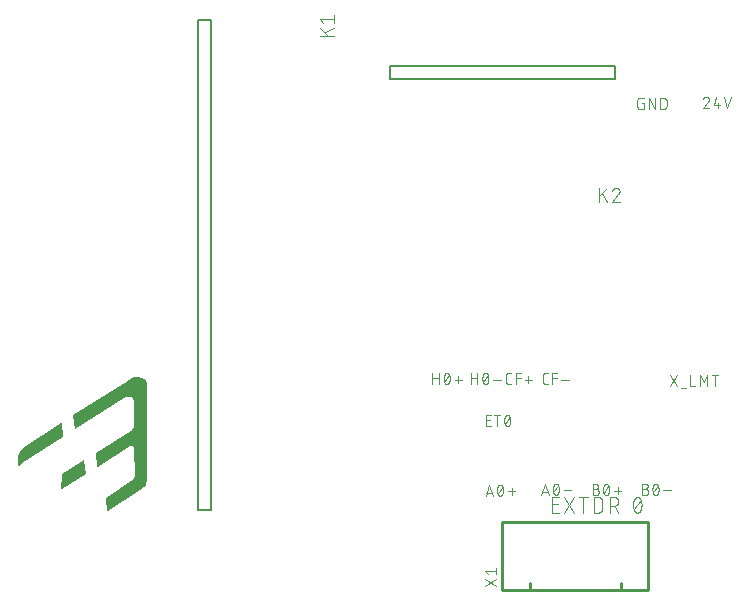
<source format=gto>
G04 EAGLE Gerber RS-274X export*
G75*
%MOMM*%
%FSLAX34Y34*%
%LPD*%
%INSilkscreen Top*%
%IPPOS*%
%AMOC8*
5,1,8,0,0,1.08239X$1,22.5*%
G01*
%ADD10C,0.101600*%
%ADD11C,0.076200*%
%ADD12C,0.127000*%
%ADD13C,0.254000*%

G36*
X215156Y187335D02*
X215156Y187335D01*
X215213Y187333D01*
X215246Y187347D01*
X215272Y187350D01*
X215301Y187369D01*
X215347Y187388D01*
X242779Y205422D01*
X242783Y205427D01*
X242790Y205430D01*
X244466Y206619D01*
X244484Y206639D01*
X244515Y206660D01*
X245968Y208113D01*
X245983Y208136D01*
X246009Y208162D01*
X247198Y209838D01*
X247209Y209865D01*
X247233Y209897D01*
X247873Y211271D01*
X247878Y211295D01*
X247893Y211323D01*
X248324Y212776D01*
X248325Y212801D01*
X248336Y212831D01*
X248547Y214332D01*
X248545Y214356D01*
X248551Y214388D01*
X248538Y215902D01*
X248792Y295147D01*
X248779Y295203D01*
X248775Y295261D01*
X248766Y295276D01*
X248791Y295629D01*
X248787Y295658D01*
X248777Y295762D01*
X248482Y296777D01*
X248466Y296806D01*
X248451Y296853D01*
X247946Y297781D01*
X247924Y297806D01*
X247899Y297848D01*
X247207Y298647D01*
X247180Y298667D01*
X247147Y298703D01*
X246300Y299335D01*
X246269Y299348D01*
X246230Y299376D01*
X245267Y299812D01*
X245263Y299813D01*
X245260Y299815D01*
X243543Y300552D01*
X243514Y300557D01*
X243478Y300573D01*
X241656Y300989D01*
X241627Y300989D01*
X241588Y300998D01*
X239722Y301078D01*
X239693Y301073D01*
X239653Y301075D01*
X237802Y300818D01*
X237775Y300807D01*
X237735Y300802D01*
X235962Y300216D01*
X235937Y300200D01*
X235899Y300188D01*
X234260Y299292D01*
X234245Y299278D01*
X234221Y299267D01*
X232894Y298319D01*
X232883Y298321D01*
X232827Y298302D01*
X232769Y298292D01*
X232742Y298274D01*
X232719Y298266D01*
X232686Y298236D01*
X232649Y298211D01*
X232425Y297987D01*
X185978Y268545D01*
X185941Y268507D01*
X185898Y268477D01*
X185881Y268446D01*
X185857Y268422D01*
X185841Y268371D01*
X185815Y268325D01*
X185812Y268285D01*
X185803Y268257D01*
X185808Y268225D01*
X185804Y268180D01*
X187074Y257258D01*
X187091Y257212D01*
X187098Y257163D01*
X187120Y257131D01*
X187133Y257095D01*
X187168Y257061D01*
X187196Y257021D01*
X187230Y257002D01*
X187258Y256975D01*
X187305Y256960D01*
X187348Y256936D01*
X187386Y256934D01*
X187423Y256923D01*
X187472Y256930D01*
X187521Y256928D01*
X187563Y256945D01*
X187594Y256949D01*
X187618Y256966D01*
X187656Y256981D01*
X229296Y283387D01*
X230288Y283891D01*
X231337Y284214D01*
X232406Y284350D01*
X233740Y284152D01*
X235049Y283743D01*
X236255Y283148D01*
X236655Y282774D01*
X236944Y282304D01*
X237099Y281774D01*
X237110Y281171D01*
X237110Y281170D01*
X237110Y281169D01*
X237618Y260087D01*
X237619Y260084D01*
X237618Y260081D01*
X237645Y259378D01*
X237536Y258721D01*
X237297Y258100D01*
X236935Y257537D01*
X235805Y256338D01*
X234478Y255328D01*
X205028Y236541D01*
X204991Y236503D01*
X204948Y236473D01*
X204931Y236442D01*
X204907Y236417D01*
X204890Y236367D01*
X204865Y236321D01*
X204862Y236280D01*
X204853Y236252D01*
X204858Y236221D01*
X204854Y236176D01*
X206124Y225254D01*
X206141Y225208D01*
X206148Y225159D01*
X206170Y225127D01*
X206183Y225091D01*
X206219Y225057D01*
X206247Y225016D01*
X206280Y224998D01*
X206308Y224971D01*
X206355Y224956D01*
X206398Y224932D01*
X206436Y224930D01*
X206473Y224919D01*
X206522Y224926D01*
X206571Y224924D01*
X206613Y224941D01*
X206644Y224945D01*
X206668Y224962D01*
X206706Y224977D01*
X233862Y242235D01*
X234448Y242505D01*
X235065Y242659D01*
X235693Y242696D01*
X236124Y242627D01*
X236518Y242456D01*
X236858Y242192D01*
X237122Y241852D01*
X237293Y241458D01*
X237365Y241009D01*
X238125Y218460D01*
X237944Y217150D01*
X237521Y215900D01*
X236872Y214752D01*
X236019Y213745D01*
X234979Y212905D01*
X213912Y198945D01*
X213881Y198912D01*
X213844Y198887D01*
X213823Y198850D01*
X213793Y198819D01*
X213780Y198776D01*
X213758Y198737D01*
X213753Y198686D01*
X213743Y198653D01*
X213747Y198628D01*
X213743Y198593D01*
X214759Y187671D01*
X214777Y187617D01*
X214786Y187562D01*
X214804Y187536D01*
X214814Y187506D01*
X214854Y187466D01*
X214887Y187420D01*
X214914Y187406D01*
X214936Y187384D01*
X214990Y187365D01*
X215040Y187339D01*
X215071Y187338D01*
X215100Y187328D01*
X215156Y187335D01*
G37*
G36*
X139459Y225436D02*
X139459Y225436D01*
X139544Y225439D01*
X139545Y225439D01*
X139547Y225439D01*
X139558Y225445D01*
X139674Y225502D01*
X142713Y227781D01*
X176993Y250381D01*
X177021Y250410D01*
X177056Y250432D01*
X177080Y250472D01*
X177112Y250506D01*
X177124Y250545D01*
X177146Y250581D01*
X177153Y250637D01*
X177163Y250672D01*
X177160Y250695D01*
X177163Y250724D01*
X176401Y261646D01*
X176384Y261703D01*
X176375Y261762D01*
X176359Y261785D01*
X176350Y261812D01*
X176309Y261855D01*
X176275Y261903D01*
X176250Y261917D01*
X176231Y261938D01*
X176175Y261958D01*
X176123Y261987D01*
X176095Y261988D01*
X176068Y261997D01*
X176009Y261991D01*
X175950Y261993D01*
X175920Y261981D01*
X175896Y261979D01*
X175866Y261960D01*
X175816Y261939D01*
X143558Y241111D01*
X143536Y241088D01*
X143497Y241063D01*
X142009Y239601D01*
X141994Y239576D01*
X141966Y239550D01*
X140757Y237848D01*
X140746Y237822D01*
X140723Y237790D01*
X139832Y235903D01*
X139826Y235875D01*
X139809Y235840D01*
X139263Y233826D01*
X139262Y233798D01*
X139251Y233760D01*
X139067Y231682D01*
X139069Y231667D01*
X139066Y231648D01*
X139066Y225806D01*
X139085Y225723D01*
X139104Y225640D01*
X139105Y225639D01*
X139105Y225637D01*
X139160Y225571D01*
X139213Y225505D01*
X139214Y225505D01*
X139215Y225504D01*
X139293Y225469D01*
X139371Y225433D01*
X139372Y225433D01*
X139374Y225433D01*
X139459Y225436D01*
G37*
G36*
X176359Y205879D02*
X176359Y205879D01*
X176369Y205879D01*
X176402Y205896D01*
X176482Y205929D01*
X196548Y218883D01*
X196583Y218919D01*
X196625Y218948D01*
X196643Y218980D01*
X196669Y219007D01*
X196684Y219055D01*
X196708Y219100D01*
X196712Y219143D01*
X196721Y219172D01*
X196717Y219202D01*
X196720Y219244D01*
X195450Y230674D01*
X195432Y230724D01*
X195424Y230777D01*
X195404Y230805D01*
X195392Y230837D01*
X195354Y230874D01*
X195323Y230918D01*
X195293Y230934D01*
X195268Y230958D01*
X195217Y230974D01*
X195170Y230999D01*
X195136Y231000D01*
X195103Y231011D01*
X195050Y231003D01*
X194997Y231005D01*
X194960Y230990D01*
X194931Y230985D01*
X194905Y230967D01*
X194863Y230950D01*
X176321Y218758D01*
X176305Y218740D01*
X176283Y218729D01*
X176246Y218678D01*
X176202Y218632D01*
X176195Y218609D01*
X176180Y218590D01*
X176161Y218501D01*
X176160Y218498D01*
X176156Y218488D01*
X176156Y218485D01*
X176151Y218467D01*
X176152Y218458D01*
X176150Y218448D01*
X175896Y206256D01*
X175912Y206182D01*
X175923Y206106D01*
X175929Y206097D01*
X175932Y206086D01*
X175979Y206027D01*
X176023Y205965D01*
X176032Y205959D01*
X176039Y205950D01*
X176108Y205918D01*
X176175Y205882D01*
X176186Y205881D01*
X176196Y205876D01*
X176272Y205878D01*
X176348Y205875D01*
X176359Y205879D01*
G37*
D10*
X597436Y186182D02*
X591566Y186182D01*
X591566Y199390D01*
X597436Y199390D01*
X595969Y193520D02*
X591566Y193520D01*
X601476Y186182D02*
X610282Y199390D01*
X601476Y199390D02*
X610282Y186182D01*
X617827Y186182D02*
X617827Y199390D01*
X614158Y199390D02*
X621496Y199390D01*
X626533Y199390D02*
X626533Y186182D01*
X626533Y199390D02*
X630202Y199390D01*
X630322Y199388D01*
X630442Y199382D01*
X630562Y199372D01*
X630681Y199359D01*
X630800Y199341D01*
X630918Y199320D01*
X631035Y199294D01*
X631152Y199265D01*
X631267Y199232D01*
X631381Y199195D01*
X631494Y199155D01*
X631606Y199111D01*
X631716Y199063D01*
X631825Y199012D01*
X631932Y198957D01*
X632037Y198898D01*
X632139Y198837D01*
X632240Y198772D01*
X632339Y198703D01*
X632436Y198632D01*
X632530Y198557D01*
X632621Y198480D01*
X632710Y198399D01*
X632796Y198315D01*
X632880Y198229D01*
X632961Y198140D01*
X633038Y198049D01*
X633113Y197955D01*
X633184Y197858D01*
X633253Y197759D01*
X633318Y197658D01*
X633379Y197556D01*
X633438Y197451D01*
X633493Y197344D01*
X633544Y197235D01*
X633592Y197125D01*
X633636Y197013D01*
X633676Y196900D01*
X633713Y196786D01*
X633746Y196671D01*
X633775Y196554D01*
X633801Y196437D01*
X633822Y196319D01*
X633840Y196200D01*
X633853Y196081D01*
X633863Y195961D01*
X633869Y195841D01*
X633871Y195721D01*
X633871Y189851D01*
X633869Y189731D01*
X633863Y189611D01*
X633853Y189491D01*
X633840Y189372D01*
X633822Y189253D01*
X633801Y189135D01*
X633775Y189018D01*
X633746Y188901D01*
X633713Y188786D01*
X633676Y188672D01*
X633636Y188559D01*
X633592Y188447D01*
X633544Y188337D01*
X633493Y188228D01*
X633438Y188121D01*
X633379Y188017D01*
X633318Y187914D01*
X633253Y187813D01*
X633184Y187714D01*
X633113Y187617D01*
X633038Y187523D01*
X632961Y187432D01*
X632880Y187343D01*
X632796Y187257D01*
X632710Y187173D01*
X632621Y187092D01*
X632530Y187015D01*
X632436Y186940D01*
X632339Y186869D01*
X632240Y186800D01*
X632139Y186735D01*
X632037Y186674D01*
X631932Y186615D01*
X631825Y186560D01*
X631716Y186509D01*
X631606Y186461D01*
X631494Y186417D01*
X631381Y186377D01*
X631267Y186340D01*
X631152Y186307D01*
X631035Y186278D01*
X630918Y186252D01*
X630800Y186231D01*
X630681Y186213D01*
X630562Y186200D01*
X630442Y186190D01*
X630322Y186184D01*
X630202Y186182D01*
X626533Y186182D01*
X640266Y186182D02*
X640266Y199390D01*
X643935Y199390D01*
X644055Y199388D01*
X644175Y199382D01*
X644295Y199372D01*
X644414Y199359D01*
X644533Y199341D01*
X644651Y199320D01*
X644768Y199294D01*
X644885Y199265D01*
X645000Y199232D01*
X645114Y199195D01*
X645227Y199155D01*
X645339Y199111D01*
X645449Y199063D01*
X645558Y199012D01*
X645665Y198957D01*
X645770Y198898D01*
X645872Y198837D01*
X645973Y198772D01*
X646072Y198703D01*
X646169Y198632D01*
X646263Y198557D01*
X646354Y198480D01*
X646443Y198399D01*
X646529Y198315D01*
X646613Y198229D01*
X646694Y198140D01*
X646771Y198049D01*
X646846Y197955D01*
X646917Y197858D01*
X646986Y197759D01*
X647051Y197658D01*
X647112Y197556D01*
X647171Y197451D01*
X647226Y197344D01*
X647277Y197235D01*
X647325Y197125D01*
X647369Y197013D01*
X647409Y196900D01*
X647446Y196786D01*
X647479Y196671D01*
X647508Y196554D01*
X647534Y196437D01*
X647555Y196319D01*
X647573Y196200D01*
X647586Y196081D01*
X647596Y195961D01*
X647602Y195841D01*
X647604Y195721D01*
X647602Y195601D01*
X647596Y195481D01*
X647586Y195361D01*
X647573Y195242D01*
X647555Y195123D01*
X647534Y195005D01*
X647508Y194888D01*
X647479Y194771D01*
X647446Y194656D01*
X647409Y194542D01*
X647369Y194429D01*
X647325Y194317D01*
X647277Y194207D01*
X647226Y194098D01*
X647171Y193991D01*
X647112Y193887D01*
X647051Y193784D01*
X646986Y193683D01*
X646917Y193584D01*
X646846Y193487D01*
X646771Y193393D01*
X646694Y193302D01*
X646613Y193213D01*
X646529Y193127D01*
X646443Y193043D01*
X646354Y192962D01*
X646263Y192885D01*
X646169Y192810D01*
X646072Y192739D01*
X645973Y192670D01*
X645872Y192605D01*
X645770Y192544D01*
X645665Y192485D01*
X645558Y192430D01*
X645449Y192379D01*
X645339Y192331D01*
X645227Y192287D01*
X645114Y192247D01*
X645000Y192210D01*
X644885Y192177D01*
X644768Y192148D01*
X644651Y192122D01*
X644533Y192101D01*
X644414Y192083D01*
X644295Y192070D01*
X644175Y192060D01*
X644055Y192054D01*
X643935Y192052D01*
X640266Y192052D01*
X644669Y192052D02*
X647604Y186182D01*
X659817Y192786D02*
X659820Y193046D01*
X659829Y193305D01*
X659845Y193565D01*
X659867Y193824D01*
X659894Y194082D01*
X659928Y194340D01*
X659969Y194596D01*
X660015Y194852D01*
X660067Y195107D01*
X660126Y195360D01*
X660190Y195612D01*
X660261Y195862D01*
X660337Y196110D01*
X660419Y196356D01*
X660507Y196601D01*
X660601Y196843D01*
X660701Y197083D01*
X660807Y197321D01*
X660918Y197555D01*
X660918Y197556D02*
X660953Y197651D01*
X660991Y197746D01*
X661033Y197839D01*
X661079Y197930D01*
X661128Y198020D01*
X661180Y198108D01*
X661235Y198193D01*
X661294Y198277D01*
X661356Y198358D01*
X661420Y198437D01*
X661488Y198513D01*
X661559Y198587D01*
X661632Y198658D01*
X661708Y198726D01*
X661786Y198792D01*
X661867Y198854D01*
X661950Y198914D01*
X662035Y198970D01*
X662122Y199023D01*
X662211Y199072D01*
X662302Y199118D01*
X662395Y199161D01*
X662489Y199200D01*
X662585Y199236D01*
X662682Y199268D01*
X662780Y199297D01*
X662879Y199321D01*
X662979Y199342D01*
X663079Y199359D01*
X663180Y199373D01*
X663282Y199382D01*
X663384Y199388D01*
X663486Y199390D01*
X663588Y199388D01*
X663690Y199382D01*
X663792Y199373D01*
X663893Y199359D01*
X663993Y199342D01*
X664093Y199321D01*
X664192Y199297D01*
X664290Y199268D01*
X664387Y199236D01*
X664483Y199200D01*
X664577Y199161D01*
X664670Y199118D01*
X664761Y199072D01*
X664850Y199023D01*
X664937Y198970D01*
X665022Y198914D01*
X665105Y198854D01*
X665186Y198792D01*
X665264Y198726D01*
X665340Y198658D01*
X665413Y198587D01*
X665484Y198513D01*
X665552Y198437D01*
X665616Y198358D01*
X665678Y198277D01*
X665737Y198193D01*
X665792Y198108D01*
X665844Y198020D01*
X665893Y197930D01*
X665939Y197839D01*
X665981Y197746D01*
X666019Y197651D01*
X666054Y197556D01*
X666054Y197555D02*
X666165Y197320D01*
X666271Y197083D01*
X666371Y196843D01*
X666465Y196601D01*
X666553Y196356D01*
X666635Y196110D01*
X666711Y195862D01*
X666782Y195611D01*
X666846Y195360D01*
X666905Y195107D01*
X666957Y194852D01*
X667003Y194596D01*
X667044Y194340D01*
X667078Y194082D01*
X667105Y193824D01*
X667127Y193565D01*
X667143Y193305D01*
X667152Y193046D01*
X667155Y192786D01*
X659818Y192786D02*
X659821Y192526D01*
X659830Y192267D01*
X659846Y192007D01*
X659868Y191748D01*
X659895Y191490D01*
X659929Y191232D01*
X659970Y190976D01*
X660016Y190720D01*
X660068Y190465D01*
X660127Y190212D01*
X660191Y189961D01*
X660262Y189710D01*
X660338Y189462D01*
X660420Y189216D01*
X660508Y188971D01*
X660602Y188729D01*
X660702Y188489D01*
X660808Y188252D01*
X660919Y188017D01*
X660918Y188016D02*
X660953Y187921D01*
X660991Y187826D01*
X661033Y187733D01*
X661079Y187642D01*
X661128Y187552D01*
X661180Y187464D01*
X661235Y187379D01*
X661294Y187295D01*
X661356Y187214D01*
X661420Y187135D01*
X661488Y187059D01*
X661559Y186985D01*
X661632Y186914D01*
X661708Y186846D01*
X661786Y186780D01*
X661867Y186718D01*
X661950Y186658D01*
X662035Y186602D01*
X662122Y186549D01*
X662211Y186500D01*
X662302Y186454D01*
X662395Y186411D01*
X662489Y186372D01*
X662585Y186336D01*
X662682Y186304D01*
X662780Y186275D01*
X662879Y186251D01*
X662979Y186230D01*
X663079Y186213D01*
X663180Y186199D01*
X663282Y186190D01*
X663384Y186184D01*
X663486Y186182D01*
X666054Y188016D02*
X666165Y188251D01*
X666271Y188489D01*
X666371Y188729D01*
X666465Y188971D01*
X666553Y189215D01*
X666635Y189462D01*
X666711Y189710D01*
X666782Y189960D01*
X666846Y190212D01*
X666905Y190465D01*
X666957Y190720D01*
X667003Y190975D01*
X667044Y191232D01*
X667078Y191490D01*
X667105Y191748D01*
X667127Y192007D01*
X667143Y192266D01*
X667152Y192526D01*
X667155Y192786D01*
X666054Y188016D02*
X666019Y187921D01*
X665981Y187826D01*
X665939Y187733D01*
X665893Y187642D01*
X665844Y187552D01*
X665792Y187464D01*
X665737Y187379D01*
X665678Y187295D01*
X665616Y187214D01*
X665552Y187135D01*
X665484Y187059D01*
X665413Y186985D01*
X665340Y186914D01*
X665264Y186846D01*
X665186Y186780D01*
X665105Y186718D01*
X665022Y186658D01*
X664937Y186602D01*
X664850Y186549D01*
X664761Y186500D01*
X664670Y186454D01*
X664577Y186411D01*
X664483Y186372D01*
X664387Y186336D01*
X664290Y186304D01*
X664192Y186275D01*
X664093Y186251D01*
X663993Y186230D01*
X663893Y186213D01*
X663792Y186199D01*
X663690Y186190D01*
X663588Y186184D01*
X663486Y186182D01*
X660551Y189117D02*
X666421Y196455D01*
D11*
X539482Y259461D02*
X535305Y259461D01*
X535305Y268859D01*
X539482Y268859D01*
X538438Y264682D02*
X535305Y264682D01*
X544908Y268859D02*
X544908Y259461D01*
X542298Y268859D02*
X547519Y268859D01*
X551615Y267554D02*
X551536Y267387D01*
X551461Y267218D01*
X551390Y267047D01*
X551323Y266875D01*
X551261Y266701D01*
X551202Y266525D01*
X551148Y266349D01*
X551098Y266171D01*
X551052Y265991D01*
X551010Y265811D01*
X550973Y265630D01*
X550940Y265448D01*
X550911Y265266D01*
X550887Y265082D01*
X550867Y264898D01*
X550852Y264714D01*
X550841Y264530D01*
X550834Y264345D01*
X550832Y264160D01*
X551615Y267554D02*
X551645Y267634D01*
X551678Y267713D01*
X551715Y267790D01*
X551755Y267866D01*
X551798Y267940D01*
X551844Y268012D01*
X551894Y268081D01*
X551946Y268149D01*
X552002Y268214D01*
X552060Y268277D01*
X552122Y268336D01*
X552185Y268394D01*
X552252Y268448D01*
X552320Y268499D01*
X552391Y268547D01*
X552464Y268592D01*
X552538Y268634D01*
X552615Y268672D01*
X552693Y268707D01*
X552772Y268739D01*
X552853Y268767D01*
X552935Y268791D01*
X553019Y268812D01*
X553102Y268829D01*
X553187Y268842D01*
X553272Y268851D01*
X553357Y268857D01*
X553443Y268859D01*
X553529Y268857D01*
X553614Y268851D01*
X553699Y268842D01*
X553784Y268829D01*
X553867Y268812D01*
X553951Y268791D01*
X554033Y268767D01*
X554114Y268739D01*
X554193Y268707D01*
X554271Y268672D01*
X554348Y268634D01*
X554422Y268592D01*
X554495Y268547D01*
X554566Y268499D01*
X554634Y268448D01*
X554701Y268394D01*
X554764Y268336D01*
X554826Y268277D01*
X554884Y268214D01*
X554940Y268149D01*
X554992Y268081D01*
X555042Y268012D01*
X555088Y267940D01*
X555131Y267866D01*
X555171Y267790D01*
X555208Y267713D01*
X555241Y267634D01*
X555271Y267554D01*
X555350Y267387D01*
X555425Y267218D01*
X555496Y267047D01*
X555563Y266875D01*
X555625Y266701D01*
X555684Y266525D01*
X555738Y266349D01*
X555788Y266171D01*
X555834Y265991D01*
X555876Y265811D01*
X555913Y265630D01*
X555946Y265448D01*
X555975Y265266D01*
X555999Y265082D01*
X556019Y264898D01*
X556034Y264714D01*
X556045Y264530D01*
X556052Y264345D01*
X556054Y264160D01*
X550832Y264160D02*
X550834Y263975D01*
X550841Y263790D01*
X550852Y263606D01*
X550867Y263422D01*
X550887Y263238D01*
X550911Y263054D01*
X550940Y262872D01*
X550973Y262690D01*
X551010Y262509D01*
X551052Y262329D01*
X551098Y262149D01*
X551148Y261971D01*
X551202Y261795D01*
X551261Y261619D01*
X551323Y261445D01*
X551390Y261273D01*
X551461Y261102D01*
X551536Y260933D01*
X551615Y260766D01*
X551645Y260686D01*
X551678Y260607D01*
X551715Y260530D01*
X551755Y260454D01*
X551798Y260380D01*
X551844Y260308D01*
X551894Y260239D01*
X551947Y260171D01*
X552002Y260106D01*
X552061Y260043D01*
X552122Y259984D01*
X552185Y259926D01*
X552252Y259872D01*
X552320Y259821D01*
X552391Y259773D01*
X552464Y259728D01*
X552538Y259686D01*
X552615Y259648D01*
X552693Y259613D01*
X552772Y259581D01*
X552853Y259553D01*
X552935Y259529D01*
X553019Y259508D01*
X553102Y259491D01*
X553187Y259478D01*
X553272Y259469D01*
X553357Y259463D01*
X553443Y259461D01*
X555270Y260766D02*
X555349Y260933D01*
X555424Y261102D01*
X555495Y261273D01*
X555562Y261445D01*
X555624Y261619D01*
X555683Y261795D01*
X555737Y261971D01*
X555787Y262149D01*
X555833Y262329D01*
X555875Y262509D01*
X555912Y262690D01*
X555945Y262872D01*
X555974Y263054D01*
X555998Y263238D01*
X556018Y263422D01*
X556033Y263606D01*
X556044Y263790D01*
X556051Y263975D01*
X556053Y264160D01*
X555271Y260766D02*
X555241Y260686D01*
X555208Y260607D01*
X555171Y260530D01*
X555131Y260454D01*
X555088Y260380D01*
X555042Y260308D01*
X554992Y260239D01*
X554940Y260171D01*
X554884Y260106D01*
X554826Y260043D01*
X554764Y259984D01*
X554701Y259926D01*
X554634Y259872D01*
X554566Y259821D01*
X554495Y259773D01*
X554422Y259728D01*
X554348Y259686D01*
X554271Y259648D01*
X554193Y259613D01*
X554114Y259581D01*
X554033Y259553D01*
X553951Y259529D01*
X553867Y259508D01*
X553784Y259491D01*
X553699Y259478D01*
X553614Y259469D01*
X553529Y259463D01*
X553443Y259461D01*
X551354Y261549D02*
X555531Y266771D01*
X490093Y295021D02*
X490093Y304419D01*
X490093Y300242D02*
X495314Y300242D01*
X495314Y304419D02*
X495314Y295021D01*
X499541Y299720D02*
X499543Y299905D01*
X499550Y300090D01*
X499561Y300274D01*
X499576Y300458D01*
X499596Y300642D01*
X499620Y300826D01*
X499649Y301008D01*
X499682Y301190D01*
X499719Y301371D01*
X499761Y301551D01*
X499807Y301731D01*
X499857Y301909D01*
X499911Y302085D01*
X499970Y302261D01*
X500032Y302435D01*
X500099Y302607D01*
X500170Y302778D01*
X500245Y302947D01*
X500324Y303114D01*
X500354Y303194D01*
X500387Y303273D01*
X500424Y303350D01*
X500464Y303426D01*
X500507Y303500D01*
X500553Y303572D01*
X500603Y303641D01*
X500655Y303709D01*
X500711Y303774D01*
X500769Y303837D01*
X500831Y303896D01*
X500894Y303954D01*
X500961Y304008D01*
X501029Y304059D01*
X501100Y304107D01*
X501173Y304152D01*
X501247Y304194D01*
X501324Y304232D01*
X501402Y304267D01*
X501481Y304299D01*
X501562Y304327D01*
X501644Y304351D01*
X501728Y304372D01*
X501811Y304389D01*
X501896Y304402D01*
X501981Y304411D01*
X502066Y304417D01*
X502152Y304419D01*
X502238Y304417D01*
X502323Y304411D01*
X502408Y304402D01*
X502493Y304389D01*
X502576Y304372D01*
X502660Y304351D01*
X502742Y304327D01*
X502823Y304299D01*
X502902Y304267D01*
X502980Y304232D01*
X503057Y304194D01*
X503131Y304152D01*
X503204Y304107D01*
X503275Y304059D01*
X503343Y304008D01*
X503410Y303954D01*
X503473Y303896D01*
X503535Y303837D01*
X503593Y303774D01*
X503649Y303709D01*
X503701Y303641D01*
X503751Y303572D01*
X503797Y303500D01*
X503840Y303426D01*
X503880Y303350D01*
X503917Y303273D01*
X503950Y303194D01*
X503980Y303114D01*
X504059Y302947D01*
X504134Y302778D01*
X504205Y302607D01*
X504272Y302435D01*
X504334Y302261D01*
X504393Y302085D01*
X504447Y301909D01*
X504497Y301731D01*
X504543Y301551D01*
X504585Y301371D01*
X504622Y301190D01*
X504655Y301008D01*
X504684Y300826D01*
X504708Y300642D01*
X504728Y300458D01*
X504743Y300274D01*
X504754Y300090D01*
X504761Y299905D01*
X504763Y299720D01*
X499542Y299720D02*
X499544Y299535D01*
X499551Y299350D01*
X499562Y299166D01*
X499577Y298982D01*
X499597Y298798D01*
X499621Y298614D01*
X499650Y298432D01*
X499683Y298250D01*
X499720Y298069D01*
X499762Y297889D01*
X499808Y297709D01*
X499858Y297531D01*
X499912Y297355D01*
X499971Y297179D01*
X500033Y297005D01*
X500100Y296833D01*
X500171Y296662D01*
X500246Y296493D01*
X500325Y296326D01*
X500324Y296326D02*
X500354Y296246D01*
X500387Y296167D01*
X500424Y296090D01*
X500464Y296014D01*
X500507Y295940D01*
X500553Y295868D01*
X500603Y295799D01*
X500656Y295731D01*
X500711Y295666D01*
X500770Y295603D01*
X500831Y295544D01*
X500894Y295486D01*
X500961Y295432D01*
X501029Y295381D01*
X501100Y295333D01*
X501173Y295288D01*
X501247Y295246D01*
X501324Y295208D01*
X501402Y295173D01*
X501481Y295141D01*
X501562Y295113D01*
X501644Y295089D01*
X501728Y295068D01*
X501811Y295051D01*
X501896Y295038D01*
X501981Y295029D01*
X502066Y295023D01*
X502152Y295021D01*
X503980Y296326D02*
X504059Y296493D01*
X504134Y296662D01*
X504205Y296833D01*
X504272Y297005D01*
X504334Y297179D01*
X504393Y297355D01*
X504447Y297531D01*
X504497Y297709D01*
X504543Y297889D01*
X504585Y298069D01*
X504622Y298250D01*
X504655Y298432D01*
X504684Y298614D01*
X504708Y298798D01*
X504728Y298982D01*
X504743Y299166D01*
X504754Y299350D01*
X504761Y299535D01*
X504763Y299720D01*
X503980Y296326D02*
X503950Y296246D01*
X503917Y296167D01*
X503880Y296090D01*
X503840Y296014D01*
X503797Y295940D01*
X503751Y295868D01*
X503701Y295799D01*
X503649Y295731D01*
X503593Y295666D01*
X503535Y295603D01*
X503473Y295544D01*
X503410Y295486D01*
X503343Y295432D01*
X503275Y295381D01*
X503204Y295333D01*
X503131Y295288D01*
X503057Y295246D01*
X502980Y295208D01*
X502902Y295173D01*
X502823Y295141D01*
X502742Y295113D01*
X502660Y295089D01*
X502576Y295068D01*
X502493Y295051D01*
X502408Y295038D01*
X502323Y295029D01*
X502238Y295023D01*
X502152Y295021D01*
X500064Y297109D02*
X504241Y302331D01*
X508773Y298676D02*
X515039Y298676D01*
X511906Y295543D02*
X511906Y301808D01*
X522859Y304419D02*
X522859Y295021D01*
X522859Y300242D02*
X528080Y300242D01*
X528080Y304419D02*
X528080Y295021D01*
X532307Y299720D02*
X532309Y299905D01*
X532316Y300090D01*
X532327Y300274D01*
X532342Y300458D01*
X532362Y300642D01*
X532386Y300826D01*
X532415Y301008D01*
X532448Y301190D01*
X532485Y301371D01*
X532527Y301551D01*
X532573Y301731D01*
X532623Y301909D01*
X532677Y302085D01*
X532736Y302261D01*
X532798Y302435D01*
X532865Y302607D01*
X532936Y302778D01*
X533011Y302947D01*
X533090Y303114D01*
X533120Y303194D01*
X533153Y303273D01*
X533190Y303350D01*
X533230Y303426D01*
X533273Y303500D01*
X533319Y303572D01*
X533369Y303641D01*
X533421Y303709D01*
X533477Y303774D01*
X533535Y303837D01*
X533597Y303896D01*
X533660Y303954D01*
X533727Y304008D01*
X533795Y304059D01*
X533866Y304107D01*
X533939Y304152D01*
X534013Y304194D01*
X534090Y304232D01*
X534168Y304267D01*
X534247Y304299D01*
X534328Y304327D01*
X534410Y304351D01*
X534494Y304372D01*
X534577Y304389D01*
X534662Y304402D01*
X534747Y304411D01*
X534832Y304417D01*
X534918Y304419D01*
X535004Y304417D01*
X535089Y304411D01*
X535174Y304402D01*
X535259Y304389D01*
X535342Y304372D01*
X535426Y304351D01*
X535508Y304327D01*
X535589Y304299D01*
X535668Y304267D01*
X535746Y304232D01*
X535823Y304194D01*
X535897Y304152D01*
X535970Y304107D01*
X536041Y304059D01*
X536109Y304008D01*
X536176Y303954D01*
X536239Y303896D01*
X536301Y303837D01*
X536359Y303774D01*
X536415Y303709D01*
X536467Y303641D01*
X536517Y303572D01*
X536563Y303500D01*
X536606Y303426D01*
X536646Y303350D01*
X536683Y303273D01*
X536716Y303194D01*
X536746Y303114D01*
X536825Y302947D01*
X536900Y302778D01*
X536971Y302607D01*
X537038Y302435D01*
X537100Y302261D01*
X537159Y302085D01*
X537213Y301909D01*
X537263Y301731D01*
X537309Y301551D01*
X537351Y301371D01*
X537388Y301190D01*
X537421Y301008D01*
X537450Y300826D01*
X537474Y300642D01*
X537494Y300458D01*
X537509Y300274D01*
X537520Y300090D01*
X537527Y299905D01*
X537529Y299720D01*
X532308Y299720D02*
X532310Y299535D01*
X532317Y299350D01*
X532328Y299166D01*
X532343Y298982D01*
X532363Y298798D01*
X532387Y298614D01*
X532416Y298432D01*
X532449Y298250D01*
X532486Y298069D01*
X532528Y297889D01*
X532574Y297709D01*
X532624Y297531D01*
X532678Y297355D01*
X532737Y297179D01*
X532799Y297005D01*
X532866Y296833D01*
X532937Y296662D01*
X533012Y296493D01*
X533091Y296326D01*
X533090Y296326D02*
X533120Y296246D01*
X533153Y296167D01*
X533190Y296090D01*
X533230Y296014D01*
X533273Y295940D01*
X533319Y295868D01*
X533369Y295799D01*
X533422Y295731D01*
X533477Y295666D01*
X533536Y295603D01*
X533597Y295544D01*
X533660Y295486D01*
X533727Y295432D01*
X533795Y295381D01*
X533866Y295333D01*
X533939Y295288D01*
X534013Y295246D01*
X534090Y295208D01*
X534168Y295173D01*
X534247Y295141D01*
X534328Y295113D01*
X534410Y295089D01*
X534494Y295068D01*
X534577Y295051D01*
X534662Y295038D01*
X534747Y295029D01*
X534832Y295023D01*
X534918Y295021D01*
X536746Y296326D02*
X536825Y296493D01*
X536900Y296662D01*
X536971Y296833D01*
X537038Y297005D01*
X537100Y297179D01*
X537159Y297355D01*
X537213Y297531D01*
X537263Y297709D01*
X537309Y297889D01*
X537351Y298069D01*
X537388Y298250D01*
X537421Y298432D01*
X537450Y298614D01*
X537474Y298798D01*
X537494Y298982D01*
X537509Y299166D01*
X537520Y299350D01*
X537527Y299535D01*
X537529Y299720D01*
X536746Y296326D02*
X536716Y296246D01*
X536683Y296167D01*
X536646Y296090D01*
X536606Y296014D01*
X536563Y295940D01*
X536517Y295868D01*
X536467Y295799D01*
X536415Y295731D01*
X536359Y295666D01*
X536301Y295603D01*
X536239Y295544D01*
X536176Y295486D01*
X536109Y295432D01*
X536041Y295381D01*
X535970Y295333D01*
X535897Y295288D01*
X535823Y295246D01*
X535746Y295208D01*
X535668Y295173D01*
X535589Y295141D01*
X535508Y295113D01*
X535426Y295089D01*
X535342Y295068D01*
X535259Y295051D01*
X535174Y295038D01*
X535089Y295029D01*
X535004Y295023D01*
X534918Y295021D01*
X532830Y297109D02*
X537007Y302331D01*
X541539Y298676D02*
X547805Y298676D01*
X554665Y295021D02*
X556754Y295021D01*
X554665Y295021D02*
X554576Y295023D01*
X554488Y295029D01*
X554400Y295038D01*
X554312Y295051D01*
X554225Y295068D01*
X554139Y295088D01*
X554054Y295113D01*
X553969Y295140D01*
X553886Y295172D01*
X553805Y295206D01*
X553725Y295245D01*
X553647Y295286D01*
X553570Y295331D01*
X553496Y295379D01*
X553423Y295430D01*
X553353Y295484D01*
X553286Y295542D01*
X553220Y295602D01*
X553158Y295664D01*
X553098Y295730D01*
X553040Y295797D01*
X552986Y295867D01*
X552935Y295940D01*
X552887Y296014D01*
X552842Y296091D01*
X552801Y296169D01*
X552762Y296249D01*
X552728Y296330D01*
X552696Y296413D01*
X552669Y296498D01*
X552644Y296583D01*
X552624Y296669D01*
X552607Y296756D01*
X552594Y296844D01*
X552585Y296932D01*
X552579Y297020D01*
X552577Y297109D01*
X552577Y302331D01*
X552579Y302422D01*
X552585Y302513D01*
X552595Y302604D01*
X552609Y302694D01*
X552626Y302783D01*
X552648Y302871D01*
X552674Y302959D01*
X552703Y303045D01*
X552736Y303130D01*
X552773Y303213D01*
X552813Y303295D01*
X552857Y303375D01*
X552904Y303453D01*
X552955Y303529D01*
X553008Y303602D01*
X553065Y303673D01*
X553126Y303742D01*
X553189Y303807D01*
X553254Y303870D01*
X553323Y303930D01*
X553394Y303988D01*
X553467Y304041D01*
X553543Y304092D01*
X553621Y304139D01*
X553701Y304183D01*
X553783Y304223D01*
X553866Y304260D01*
X553951Y304293D01*
X554037Y304322D01*
X554125Y304348D01*
X554213Y304370D01*
X554302Y304387D01*
X554392Y304401D01*
X554483Y304411D01*
X554574Y304417D01*
X554665Y304419D01*
X556754Y304419D01*
X560545Y304419D02*
X560545Y295021D01*
X560545Y304419D02*
X564722Y304419D01*
X564722Y300242D02*
X560545Y300242D01*
X568235Y298676D02*
X574500Y298676D01*
X571368Y301808D02*
X571368Y295543D01*
X585653Y295021D02*
X587742Y295021D01*
X585653Y295021D02*
X585564Y295023D01*
X585476Y295029D01*
X585388Y295038D01*
X585300Y295051D01*
X585213Y295068D01*
X585127Y295088D01*
X585042Y295113D01*
X584957Y295140D01*
X584874Y295172D01*
X584793Y295206D01*
X584713Y295245D01*
X584635Y295286D01*
X584558Y295331D01*
X584484Y295379D01*
X584411Y295430D01*
X584341Y295484D01*
X584274Y295542D01*
X584208Y295602D01*
X584146Y295664D01*
X584086Y295730D01*
X584028Y295797D01*
X583974Y295867D01*
X583923Y295940D01*
X583875Y296014D01*
X583830Y296091D01*
X583789Y296169D01*
X583750Y296249D01*
X583716Y296330D01*
X583684Y296413D01*
X583657Y296498D01*
X583632Y296583D01*
X583612Y296669D01*
X583595Y296756D01*
X583582Y296844D01*
X583573Y296932D01*
X583567Y297020D01*
X583565Y297109D01*
X583565Y302331D01*
X583567Y302422D01*
X583573Y302513D01*
X583583Y302604D01*
X583597Y302694D01*
X583614Y302783D01*
X583636Y302871D01*
X583662Y302959D01*
X583691Y303045D01*
X583724Y303130D01*
X583761Y303213D01*
X583801Y303295D01*
X583845Y303375D01*
X583892Y303453D01*
X583943Y303529D01*
X583996Y303602D01*
X584053Y303673D01*
X584114Y303742D01*
X584177Y303807D01*
X584242Y303870D01*
X584311Y303930D01*
X584382Y303988D01*
X584455Y304041D01*
X584531Y304092D01*
X584609Y304139D01*
X584689Y304183D01*
X584771Y304223D01*
X584854Y304260D01*
X584939Y304293D01*
X585025Y304322D01*
X585113Y304348D01*
X585201Y304370D01*
X585290Y304387D01*
X585380Y304401D01*
X585471Y304411D01*
X585562Y304417D01*
X585653Y304419D01*
X587742Y304419D01*
X591533Y304419D02*
X591533Y295021D01*
X591533Y304419D02*
X595710Y304419D01*
X595710Y300242D02*
X591533Y300242D01*
X599223Y298676D02*
X605488Y298676D01*
X538184Y209931D02*
X535051Y200533D01*
X541316Y200533D02*
X538184Y209931D01*
X540533Y202883D02*
X535834Y202883D01*
X544717Y205232D02*
X544719Y205417D01*
X544726Y205602D01*
X544737Y205786D01*
X544752Y205970D01*
X544772Y206154D01*
X544796Y206338D01*
X544825Y206520D01*
X544858Y206702D01*
X544895Y206883D01*
X544937Y207063D01*
X544983Y207243D01*
X545033Y207421D01*
X545087Y207597D01*
X545146Y207773D01*
X545208Y207947D01*
X545275Y208119D01*
X545346Y208290D01*
X545421Y208459D01*
X545500Y208626D01*
X545530Y208706D01*
X545563Y208785D01*
X545600Y208862D01*
X545640Y208938D01*
X545683Y209012D01*
X545729Y209084D01*
X545779Y209153D01*
X545831Y209221D01*
X545887Y209286D01*
X545945Y209349D01*
X546007Y209408D01*
X546070Y209466D01*
X546137Y209520D01*
X546205Y209571D01*
X546276Y209619D01*
X546349Y209664D01*
X546423Y209706D01*
X546500Y209744D01*
X546578Y209779D01*
X546657Y209811D01*
X546738Y209839D01*
X546820Y209863D01*
X546904Y209884D01*
X546987Y209901D01*
X547072Y209914D01*
X547157Y209923D01*
X547242Y209929D01*
X547328Y209931D01*
X547414Y209929D01*
X547499Y209923D01*
X547584Y209914D01*
X547669Y209901D01*
X547752Y209884D01*
X547836Y209863D01*
X547918Y209839D01*
X547999Y209811D01*
X548078Y209779D01*
X548156Y209744D01*
X548233Y209706D01*
X548307Y209664D01*
X548380Y209619D01*
X548451Y209571D01*
X548519Y209520D01*
X548586Y209466D01*
X548649Y209408D01*
X548711Y209349D01*
X548769Y209286D01*
X548825Y209221D01*
X548877Y209153D01*
X548927Y209084D01*
X548973Y209012D01*
X549016Y208938D01*
X549056Y208862D01*
X549093Y208785D01*
X549126Y208706D01*
X549156Y208626D01*
X549155Y208626D02*
X549234Y208459D01*
X549309Y208290D01*
X549380Y208119D01*
X549447Y207947D01*
X549509Y207773D01*
X549568Y207597D01*
X549622Y207421D01*
X549672Y207243D01*
X549718Y207063D01*
X549760Y206883D01*
X549797Y206702D01*
X549830Y206520D01*
X549859Y206338D01*
X549883Y206154D01*
X549903Y205970D01*
X549918Y205786D01*
X549929Y205602D01*
X549936Y205417D01*
X549938Y205232D01*
X544717Y205232D02*
X544719Y205047D01*
X544726Y204862D01*
X544737Y204678D01*
X544752Y204494D01*
X544772Y204310D01*
X544796Y204126D01*
X544825Y203944D01*
X544858Y203762D01*
X544895Y203581D01*
X544937Y203401D01*
X544983Y203221D01*
X545033Y203043D01*
X545087Y202867D01*
X545146Y202691D01*
X545208Y202517D01*
X545275Y202345D01*
X545346Y202174D01*
X545421Y202005D01*
X545500Y201838D01*
X545530Y201758D01*
X545563Y201679D01*
X545600Y201602D01*
X545640Y201526D01*
X545683Y201452D01*
X545729Y201380D01*
X545779Y201311D01*
X545832Y201243D01*
X545887Y201178D01*
X545946Y201115D01*
X546007Y201056D01*
X546070Y200998D01*
X546137Y200944D01*
X546205Y200893D01*
X546276Y200845D01*
X546349Y200800D01*
X546423Y200758D01*
X546500Y200720D01*
X546578Y200685D01*
X546657Y200653D01*
X546738Y200625D01*
X546820Y200601D01*
X546904Y200580D01*
X546987Y200563D01*
X547072Y200550D01*
X547157Y200541D01*
X547242Y200535D01*
X547328Y200533D01*
X549155Y201838D02*
X549234Y202005D01*
X549309Y202174D01*
X549380Y202345D01*
X549447Y202517D01*
X549509Y202691D01*
X549568Y202867D01*
X549622Y203043D01*
X549672Y203221D01*
X549718Y203401D01*
X549760Y203581D01*
X549797Y203762D01*
X549830Y203944D01*
X549859Y204126D01*
X549883Y204310D01*
X549903Y204494D01*
X549918Y204678D01*
X549929Y204862D01*
X549936Y205047D01*
X549938Y205232D01*
X549156Y201838D02*
X549126Y201758D01*
X549093Y201679D01*
X549056Y201602D01*
X549016Y201526D01*
X548973Y201452D01*
X548927Y201380D01*
X548877Y201311D01*
X548825Y201243D01*
X548769Y201178D01*
X548711Y201115D01*
X548649Y201056D01*
X548586Y200998D01*
X548519Y200944D01*
X548451Y200893D01*
X548380Y200845D01*
X548307Y200800D01*
X548233Y200758D01*
X548156Y200720D01*
X548078Y200685D01*
X547999Y200653D01*
X547918Y200625D01*
X547836Y200601D01*
X547752Y200580D01*
X547669Y200563D01*
X547584Y200550D01*
X547499Y200541D01*
X547414Y200535D01*
X547328Y200533D01*
X545239Y202621D02*
X549416Y207843D01*
X553949Y204188D02*
X560214Y204188D01*
X557081Y201055D02*
X557081Y207320D01*
X582295Y201295D02*
X585428Y210693D01*
X588560Y201295D01*
X587777Y203645D02*
X583078Y203645D01*
X591961Y205994D02*
X591963Y206179D01*
X591970Y206364D01*
X591981Y206548D01*
X591996Y206732D01*
X592016Y206916D01*
X592040Y207100D01*
X592069Y207282D01*
X592102Y207464D01*
X592139Y207645D01*
X592181Y207825D01*
X592227Y208005D01*
X592277Y208183D01*
X592331Y208359D01*
X592390Y208535D01*
X592452Y208709D01*
X592519Y208881D01*
X592590Y209052D01*
X592665Y209221D01*
X592744Y209388D01*
X592774Y209468D01*
X592807Y209547D01*
X592844Y209624D01*
X592884Y209700D01*
X592927Y209774D01*
X592973Y209846D01*
X593023Y209915D01*
X593075Y209983D01*
X593131Y210048D01*
X593189Y210111D01*
X593251Y210170D01*
X593314Y210228D01*
X593381Y210282D01*
X593449Y210333D01*
X593520Y210381D01*
X593593Y210426D01*
X593667Y210468D01*
X593744Y210506D01*
X593822Y210541D01*
X593901Y210573D01*
X593982Y210601D01*
X594064Y210625D01*
X594148Y210646D01*
X594231Y210663D01*
X594316Y210676D01*
X594401Y210685D01*
X594486Y210691D01*
X594572Y210693D01*
X594658Y210691D01*
X594743Y210685D01*
X594828Y210676D01*
X594913Y210663D01*
X594996Y210646D01*
X595080Y210625D01*
X595162Y210601D01*
X595243Y210573D01*
X595322Y210541D01*
X595400Y210506D01*
X595477Y210468D01*
X595551Y210426D01*
X595624Y210381D01*
X595695Y210333D01*
X595763Y210282D01*
X595830Y210228D01*
X595893Y210170D01*
X595955Y210111D01*
X596013Y210048D01*
X596069Y209983D01*
X596121Y209915D01*
X596171Y209846D01*
X596217Y209774D01*
X596260Y209700D01*
X596300Y209624D01*
X596337Y209547D01*
X596370Y209468D01*
X596400Y209388D01*
X596399Y209388D02*
X596478Y209221D01*
X596553Y209052D01*
X596624Y208881D01*
X596691Y208709D01*
X596753Y208535D01*
X596812Y208359D01*
X596866Y208183D01*
X596916Y208005D01*
X596962Y207825D01*
X597004Y207645D01*
X597041Y207464D01*
X597074Y207282D01*
X597103Y207100D01*
X597127Y206916D01*
X597147Y206732D01*
X597162Y206548D01*
X597173Y206364D01*
X597180Y206179D01*
X597182Y205994D01*
X591961Y205994D02*
X591963Y205809D01*
X591970Y205624D01*
X591981Y205440D01*
X591996Y205256D01*
X592016Y205072D01*
X592040Y204888D01*
X592069Y204706D01*
X592102Y204524D01*
X592139Y204343D01*
X592181Y204163D01*
X592227Y203983D01*
X592277Y203805D01*
X592331Y203629D01*
X592390Y203453D01*
X592452Y203279D01*
X592519Y203107D01*
X592590Y202936D01*
X592665Y202767D01*
X592744Y202600D01*
X592774Y202520D01*
X592807Y202441D01*
X592844Y202364D01*
X592884Y202288D01*
X592927Y202214D01*
X592973Y202142D01*
X593023Y202073D01*
X593076Y202005D01*
X593131Y201940D01*
X593190Y201877D01*
X593251Y201818D01*
X593314Y201760D01*
X593381Y201706D01*
X593449Y201655D01*
X593520Y201607D01*
X593593Y201562D01*
X593667Y201520D01*
X593744Y201482D01*
X593822Y201447D01*
X593901Y201415D01*
X593982Y201387D01*
X594064Y201363D01*
X594148Y201342D01*
X594231Y201325D01*
X594316Y201312D01*
X594401Y201303D01*
X594486Y201297D01*
X594572Y201295D01*
X596399Y202600D02*
X596478Y202767D01*
X596553Y202936D01*
X596624Y203107D01*
X596691Y203279D01*
X596753Y203453D01*
X596812Y203629D01*
X596866Y203805D01*
X596916Y203983D01*
X596962Y204163D01*
X597004Y204343D01*
X597041Y204524D01*
X597074Y204706D01*
X597103Y204888D01*
X597127Y205072D01*
X597147Y205256D01*
X597162Y205440D01*
X597173Y205624D01*
X597180Y205809D01*
X597182Y205994D01*
X596400Y202600D02*
X596370Y202520D01*
X596337Y202441D01*
X596300Y202364D01*
X596260Y202288D01*
X596217Y202214D01*
X596171Y202142D01*
X596121Y202073D01*
X596069Y202005D01*
X596013Y201940D01*
X595955Y201877D01*
X595893Y201818D01*
X595830Y201760D01*
X595763Y201706D01*
X595695Y201655D01*
X595624Y201607D01*
X595551Y201562D01*
X595477Y201520D01*
X595400Y201482D01*
X595322Y201447D01*
X595243Y201415D01*
X595162Y201387D01*
X595080Y201363D01*
X594996Y201342D01*
X594913Y201325D01*
X594828Y201312D01*
X594743Y201303D01*
X594658Y201297D01*
X594572Y201295D01*
X592483Y203383D02*
X596660Y208605D01*
X601193Y204950D02*
X607458Y204950D01*
X625729Y206262D02*
X628340Y206262D01*
X628340Y206263D02*
X628441Y206261D01*
X628542Y206255D01*
X628643Y206245D01*
X628743Y206232D01*
X628843Y206214D01*
X628942Y206193D01*
X629040Y206167D01*
X629137Y206138D01*
X629233Y206106D01*
X629327Y206069D01*
X629420Y206029D01*
X629512Y205985D01*
X629601Y205938D01*
X629689Y205887D01*
X629775Y205833D01*
X629858Y205776D01*
X629940Y205716D01*
X630018Y205652D01*
X630095Y205586D01*
X630168Y205516D01*
X630239Y205444D01*
X630307Y205369D01*
X630372Y205291D01*
X630434Y205211D01*
X630493Y205129D01*
X630549Y205044D01*
X630601Y204957D01*
X630650Y204869D01*
X630696Y204778D01*
X630737Y204686D01*
X630776Y204592D01*
X630810Y204497D01*
X630841Y204401D01*
X630868Y204303D01*
X630892Y204205D01*
X630911Y204105D01*
X630927Y204005D01*
X630939Y203905D01*
X630947Y203804D01*
X630951Y203703D01*
X630951Y203601D01*
X630947Y203500D01*
X630939Y203399D01*
X630927Y203299D01*
X630911Y203199D01*
X630892Y203099D01*
X630868Y203001D01*
X630841Y202903D01*
X630810Y202807D01*
X630776Y202712D01*
X630737Y202618D01*
X630696Y202526D01*
X630650Y202435D01*
X630601Y202346D01*
X630549Y202260D01*
X630493Y202175D01*
X630434Y202093D01*
X630372Y202013D01*
X630307Y201935D01*
X630239Y201860D01*
X630168Y201788D01*
X630095Y201718D01*
X630018Y201652D01*
X629940Y201588D01*
X629858Y201528D01*
X629775Y201471D01*
X629689Y201417D01*
X629601Y201366D01*
X629512Y201319D01*
X629420Y201275D01*
X629327Y201235D01*
X629233Y201198D01*
X629137Y201166D01*
X629040Y201137D01*
X628942Y201111D01*
X628843Y201090D01*
X628743Y201072D01*
X628643Y201059D01*
X628542Y201049D01*
X628441Y201043D01*
X628340Y201041D01*
X625729Y201041D01*
X625729Y210439D01*
X628340Y210439D01*
X628430Y210437D01*
X628519Y210431D01*
X628609Y210422D01*
X628698Y210408D01*
X628786Y210391D01*
X628873Y210370D01*
X628960Y210345D01*
X629045Y210316D01*
X629129Y210284D01*
X629211Y210249D01*
X629292Y210209D01*
X629371Y210167D01*
X629448Y210121D01*
X629523Y210071D01*
X629596Y210019D01*
X629667Y209963D01*
X629735Y209905D01*
X629800Y209843D01*
X629863Y209779D01*
X629923Y209712D01*
X629980Y209643D01*
X630034Y209571D01*
X630085Y209497D01*
X630133Y209421D01*
X630177Y209343D01*
X630218Y209263D01*
X630256Y209181D01*
X630290Y209098D01*
X630320Y209013D01*
X630347Y208927D01*
X630370Y208841D01*
X630389Y208753D01*
X630404Y208664D01*
X630416Y208575D01*
X630424Y208486D01*
X630428Y208396D01*
X630428Y208306D01*
X630424Y208216D01*
X630416Y208127D01*
X630404Y208038D01*
X630389Y207949D01*
X630370Y207861D01*
X630347Y207775D01*
X630320Y207689D01*
X630290Y207604D01*
X630256Y207521D01*
X630218Y207439D01*
X630177Y207359D01*
X630133Y207281D01*
X630085Y207205D01*
X630034Y207131D01*
X629980Y207059D01*
X629923Y206990D01*
X629863Y206923D01*
X629800Y206859D01*
X629735Y206797D01*
X629667Y206739D01*
X629596Y206683D01*
X629523Y206631D01*
X629448Y206581D01*
X629371Y206535D01*
X629292Y206493D01*
X629211Y206453D01*
X629129Y206418D01*
X629045Y206386D01*
X628960Y206357D01*
X628873Y206332D01*
X628786Y206311D01*
X628698Y206294D01*
X628609Y206280D01*
X628519Y206271D01*
X628430Y206265D01*
X628340Y206263D01*
X634437Y205740D02*
X634439Y205925D01*
X634446Y206110D01*
X634457Y206294D01*
X634472Y206478D01*
X634492Y206662D01*
X634516Y206846D01*
X634545Y207028D01*
X634578Y207210D01*
X634615Y207391D01*
X634657Y207571D01*
X634703Y207751D01*
X634753Y207929D01*
X634807Y208105D01*
X634866Y208281D01*
X634928Y208455D01*
X634995Y208627D01*
X635066Y208798D01*
X635141Y208967D01*
X635220Y209134D01*
X635219Y209134D02*
X635249Y209214D01*
X635282Y209293D01*
X635319Y209370D01*
X635359Y209446D01*
X635402Y209520D01*
X635448Y209592D01*
X635498Y209661D01*
X635550Y209729D01*
X635606Y209794D01*
X635664Y209857D01*
X635726Y209916D01*
X635789Y209974D01*
X635856Y210028D01*
X635924Y210079D01*
X635995Y210127D01*
X636068Y210172D01*
X636142Y210214D01*
X636219Y210252D01*
X636297Y210287D01*
X636376Y210319D01*
X636457Y210347D01*
X636539Y210371D01*
X636623Y210392D01*
X636706Y210409D01*
X636791Y210422D01*
X636876Y210431D01*
X636961Y210437D01*
X637047Y210439D01*
X637133Y210437D01*
X637218Y210431D01*
X637303Y210422D01*
X637388Y210409D01*
X637471Y210392D01*
X637555Y210371D01*
X637637Y210347D01*
X637718Y210319D01*
X637797Y210287D01*
X637875Y210252D01*
X637952Y210214D01*
X638026Y210172D01*
X638099Y210127D01*
X638170Y210079D01*
X638238Y210028D01*
X638305Y209974D01*
X638368Y209916D01*
X638430Y209857D01*
X638488Y209794D01*
X638544Y209729D01*
X638596Y209661D01*
X638646Y209592D01*
X638692Y209520D01*
X638735Y209446D01*
X638775Y209370D01*
X638812Y209293D01*
X638845Y209214D01*
X638875Y209134D01*
X638954Y208967D01*
X639029Y208798D01*
X639100Y208627D01*
X639167Y208455D01*
X639229Y208281D01*
X639288Y208105D01*
X639342Y207929D01*
X639392Y207751D01*
X639438Y207571D01*
X639480Y207391D01*
X639517Y207210D01*
X639550Y207028D01*
X639579Y206846D01*
X639603Y206662D01*
X639623Y206478D01*
X639638Y206294D01*
X639649Y206110D01*
X639656Y205925D01*
X639658Y205740D01*
X634437Y205740D02*
X634439Y205555D01*
X634446Y205370D01*
X634457Y205186D01*
X634472Y205002D01*
X634492Y204818D01*
X634516Y204634D01*
X634545Y204452D01*
X634578Y204270D01*
X634615Y204089D01*
X634657Y203909D01*
X634703Y203729D01*
X634753Y203551D01*
X634807Y203375D01*
X634866Y203199D01*
X634928Y203025D01*
X634995Y202853D01*
X635066Y202682D01*
X635141Y202513D01*
X635220Y202346D01*
X635219Y202346D02*
X635249Y202266D01*
X635282Y202187D01*
X635319Y202110D01*
X635359Y202034D01*
X635402Y201960D01*
X635448Y201888D01*
X635498Y201819D01*
X635551Y201751D01*
X635606Y201686D01*
X635665Y201623D01*
X635726Y201564D01*
X635789Y201506D01*
X635856Y201452D01*
X635924Y201401D01*
X635995Y201353D01*
X636068Y201308D01*
X636142Y201266D01*
X636219Y201228D01*
X636297Y201193D01*
X636376Y201161D01*
X636457Y201133D01*
X636539Y201109D01*
X636623Y201088D01*
X636706Y201071D01*
X636791Y201058D01*
X636876Y201049D01*
X636961Y201043D01*
X637047Y201041D01*
X638875Y202346D02*
X638954Y202513D01*
X639029Y202682D01*
X639100Y202853D01*
X639167Y203025D01*
X639229Y203199D01*
X639288Y203375D01*
X639342Y203551D01*
X639392Y203729D01*
X639438Y203909D01*
X639480Y204089D01*
X639517Y204270D01*
X639550Y204452D01*
X639579Y204634D01*
X639603Y204818D01*
X639623Y205002D01*
X639638Y205186D01*
X639649Y205370D01*
X639656Y205555D01*
X639658Y205740D01*
X638875Y202346D02*
X638845Y202266D01*
X638812Y202187D01*
X638775Y202110D01*
X638735Y202034D01*
X638692Y201960D01*
X638646Y201888D01*
X638596Y201819D01*
X638544Y201751D01*
X638488Y201686D01*
X638430Y201623D01*
X638368Y201564D01*
X638305Y201506D01*
X638238Y201452D01*
X638170Y201401D01*
X638099Y201353D01*
X638026Y201308D01*
X637952Y201266D01*
X637875Y201228D01*
X637797Y201193D01*
X637718Y201161D01*
X637637Y201133D01*
X637555Y201109D01*
X637471Y201088D01*
X637388Y201071D01*
X637303Y201058D01*
X637218Y201049D01*
X637133Y201043D01*
X637047Y201041D01*
X634959Y203129D02*
X639136Y208351D01*
X643668Y204696D02*
X649934Y204696D01*
X646801Y201563D02*
X646801Y207828D01*
X667639Y206516D02*
X670250Y206516D01*
X670250Y206517D02*
X670351Y206515D01*
X670452Y206509D01*
X670553Y206499D01*
X670653Y206486D01*
X670753Y206468D01*
X670852Y206447D01*
X670950Y206421D01*
X671047Y206392D01*
X671143Y206360D01*
X671237Y206323D01*
X671330Y206283D01*
X671422Y206239D01*
X671511Y206192D01*
X671599Y206141D01*
X671685Y206087D01*
X671768Y206030D01*
X671850Y205970D01*
X671928Y205906D01*
X672005Y205840D01*
X672078Y205770D01*
X672149Y205698D01*
X672217Y205623D01*
X672282Y205545D01*
X672344Y205465D01*
X672403Y205383D01*
X672459Y205298D01*
X672511Y205211D01*
X672560Y205123D01*
X672606Y205032D01*
X672647Y204940D01*
X672686Y204846D01*
X672720Y204751D01*
X672751Y204655D01*
X672778Y204557D01*
X672802Y204459D01*
X672821Y204359D01*
X672837Y204259D01*
X672849Y204159D01*
X672857Y204058D01*
X672861Y203957D01*
X672861Y203855D01*
X672857Y203754D01*
X672849Y203653D01*
X672837Y203553D01*
X672821Y203453D01*
X672802Y203353D01*
X672778Y203255D01*
X672751Y203157D01*
X672720Y203061D01*
X672686Y202966D01*
X672647Y202872D01*
X672606Y202780D01*
X672560Y202689D01*
X672511Y202600D01*
X672459Y202514D01*
X672403Y202429D01*
X672344Y202347D01*
X672282Y202267D01*
X672217Y202189D01*
X672149Y202114D01*
X672078Y202042D01*
X672005Y201972D01*
X671928Y201906D01*
X671850Y201842D01*
X671768Y201782D01*
X671685Y201725D01*
X671599Y201671D01*
X671511Y201620D01*
X671422Y201573D01*
X671330Y201529D01*
X671237Y201489D01*
X671143Y201452D01*
X671047Y201420D01*
X670950Y201391D01*
X670852Y201365D01*
X670753Y201344D01*
X670653Y201326D01*
X670553Y201313D01*
X670452Y201303D01*
X670351Y201297D01*
X670250Y201295D01*
X667639Y201295D01*
X667639Y210693D01*
X670250Y210693D01*
X670340Y210691D01*
X670429Y210685D01*
X670519Y210676D01*
X670608Y210662D01*
X670696Y210645D01*
X670783Y210624D01*
X670870Y210599D01*
X670955Y210570D01*
X671039Y210538D01*
X671121Y210503D01*
X671202Y210463D01*
X671281Y210421D01*
X671358Y210375D01*
X671433Y210325D01*
X671506Y210273D01*
X671577Y210217D01*
X671645Y210159D01*
X671710Y210097D01*
X671773Y210033D01*
X671833Y209966D01*
X671890Y209897D01*
X671944Y209825D01*
X671995Y209751D01*
X672043Y209675D01*
X672087Y209597D01*
X672128Y209517D01*
X672166Y209435D01*
X672200Y209352D01*
X672230Y209267D01*
X672257Y209181D01*
X672280Y209095D01*
X672299Y209007D01*
X672314Y208918D01*
X672326Y208829D01*
X672334Y208740D01*
X672338Y208650D01*
X672338Y208560D01*
X672334Y208470D01*
X672326Y208381D01*
X672314Y208292D01*
X672299Y208203D01*
X672280Y208115D01*
X672257Y208029D01*
X672230Y207943D01*
X672200Y207858D01*
X672166Y207775D01*
X672128Y207693D01*
X672087Y207613D01*
X672043Y207535D01*
X671995Y207459D01*
X671944Y207385D01*
X671890Y207313D01*
X671833Y207244D01*
X671773Y207177D01*
X671710Y207113D01*
X671645Y207051D01*
X671577Y206993D01*
X671506Y206937D01*
X671433Y206885D01*
X671358Y206835D01*
X671281Y206789D01*
X671202Y206747D01*
X671121Y206707D01*
X671039Y206672D01*
X670955Y206640D01*
X670870Y206611D01*
X670783Y206586D01*
X670696Y206565D01*
X670608Y206548D01*
X670519Y206534D01*
X670429Y206525D01*
X670340Y206519D01*
X670250Y206517D01*
X676347Y205994D02*
X676349Y206179D01*
X676356Y206364D01*
X676367Y206548D01*
X676382Y206732D01*
X676402Y206916D01*
X676426Y207100D01*
X676455Y207282D01*
X676488Y207464D01*
X676525Y207645D01*
X676567Y207825D01*
X676613Y208005D01*
X676663Y208183D01*
X676717Y208359D01*
X676776Y208535D01*
X676838Y208709D01*
X676905Y208881D01*
X676976Y209052D01*
X677051Y209221D01*
X677130Y209388D01*
X677129Y209388D02*
X677159Y209468D01*
X677192Y209547D01*
X677229Y209624D01*
X677269Y209700D01*
X677312Y209774D01*
X677358Y209846D01*
X677408Y209915D01*
X677460Y209983D01*
X677516Y210048D01*
X677574Y210111D01*
X677636Y210170D01*
X677699Y210228D01*
X677766Y210282D01*
X677834Y210333D01*
X677905Y210381D01*
X677978Y210426D01*
X678052Y210468D01*
X678129Y210506D01*
X678207Y210541D01*
X678286Y210573D01*
X678367Y210601D01*
X678449Y210625D01*
X678533Y210646D01*
X678616Y210663D01*
X678701Y210676D01*
X678786Y210685D01*
X678871Y210691D01*
X678957Y210693D01*
X679043Y210691D01*
X679128Y210685D01*
X679213Y210676D01*
X679298Y210663D01*
X679381Y210646D01*
X679465Y210625D01*
X679547Y210601D01*
X679628Y210573D01*
X679707Y210541D01*
X679785Y210506D01*
X679862Y210468D01*
X679936Y210426D01*
X680009Y210381D01*
X680080Y210333D01*
X680148Y210282D01*
X680215Y210228D01*
X680278Y210170D01*
X680340Y210111D01*
X680398Y210048D01*
X680454Y209983D01*
X680506Y209915D01*
X680556Y209846D01*
X680602Y209774D01*
X680645Y209700D01*
X680685Y209624D01*
X680722Y209547D01*
X680755Y209468D01*
X680785Y209388D01*
X680864Y209221D01*
X680939Y209052D01*
X681010Y208881D01*
X681077Y208709D01*
X681139Y208535D01*
X681198Y208359D01*
X681252Y208183D01*
X681302Y208005D01*
X681348Y207825D01*
X681390Y207645D01*
X681427Y207464D01*
X681460Y207282D01*
X681489Y207100D01*
X681513Y206916D01*
X681533Y206732D01*
X681548Y206548D01*
X681559Y206364D01*
X681566Y206179D01*
X681568Y205994D01*
X676347Y205994D02*
X676349Y205809D01*
X676356Y205624D01*
X676367Y205440D01*
X676382Y205256D01*
X676402Y205072D01*
X676426Y204888D01*
X676455Y204706D01*
X676488Y204524D01*
X676525Y204343D01*
X676567Y204163D01*
X676613Y203983D01*
X676663Y203805D01*
X676717Y203629D01*
X676776Y203453D01*
X676838Y203279D01*
X676905Y203107D01*
X676976Y202936D01*
X677051Y202767D01*
X677130Y202600D01*
X677129Y202600D02*
X677159Y202520D01*
X677192Y202441D01*
X677229Y202364D01*
X677269Y202288D01*
X677312Y202214D01*
X677358Y202142D01*
X677408Y202073D01*
X677461Y202005D01*
X677516Y201940D01*
X677575Y201877D01*
X677636Y201818D01*
X677699Y201760D01*
X677766Y201706D01*
X677834Y201655D01*
X677905Y201607D01*
X677978Y201562D01*
X678052Y201520D01*
X678129Y201482D01*
X678207Y201447D01*
X678286Y201415D01*
X678367Y201387D01*
X678449Y201363D01*
X678533Y201342D01*
X678616Y201325D01*
X678701Y201312D01*
X678786Y201303D01*
X678871Y201297D01*
X678957Y201295D01*
X680785Y202600D02*
X680864Y202767D01*
X680939Y202936D01*
X681010Y203107D01*
X681077Y203279D01*
X681139Y203453D01*
X681198Y203629D01*
X681252Y203805D01*
X681302Y203983D01*
X681348Y204163D01*
X681390Y204343D01*
X681427Y204524D01*
X681460Y204706D01*
X681489Y204888D01*
X681513Y205072D01*
X681533Y205256D01*
X681548Y205440D01*
X681559Y205624D01*
X681566Y205809D01*
X681568Y205994D01*
X680785Y202600D02*
X680755Y202520D01*
X680722Y202441D01*
X680685Y202364D01*
X680645Y202288D01*
X680602Y202214D01*
X680556Y202142D01*
X680506Y202073D01*
X680454Y202005D01*
X680398Y201940D01*
X680340Y201877D01*
X680278Y201818D01*
X680215Y201760D01*
X680148Y201706D01*
X680080Y201655D01*
X680009Y201607D01*
X679936Y201562D01*
X679862Y201520D01*
X679785Y201482D01*
X679707Y201447D01*
X679628Y201415D01*
X679547Y201387D01*
X679465Y201363D01*
X679381Y201342D01*
X679298Y201325D01*
X679213Y201312D01*
X679128Y201303D01*
X679043Y201297D01*
X678957Y201295D01*
X676869Y203383D02*
X681046Y208605D01*
X685578Y204950D02*
X691844Y204950D01*
X691261Y292989D02*
X697526Y302387D01*
X691261Y302387D02*
X697526Y292989D01*
X700535Y291945D02*
X704712Y291945D01*
X708564Y292989D02*
X708564Y302387D01*
X708564Y292989D02*
X712741Y292989D01*
X716559Y292989D02*
X716559Y302387D01*
X719692Y297166D01*
X722825Y302387D01*
X722825Y292989D01*
X729141Y292989D02*
X729141Y302387D01*
X731751Y302387D02*
X726530Y302387D01*
X668796Y533160D02*
X667230Y533160D01*
X668796Y533160D02*
X668796Y527939D01*
X665663Y527939D01*
X665574Y527941D01*
X665486Y527947D01*
X665398Y527956D01*
X665310Y527969D01*
X665223Y527986D01*
X665137Y528006D01*
X665052Y528031D01*
X664967Y528058D01*
X664884Y528090D01*
X664803Y528124D01*
X664723Y528163D01*
X664645Y528204D01*
X664568Y528249D01*
X664494Y528297D01*
X664421Y528348D01*
X664351Y528402D01*
X664284Y528460D01*
X664218Y528520D01*
X664156Y528582D01*
X664096Y528648D01*
X664038Y528715D01*
X663984Y528785D01*
X663933Y528858D01*
X663885Y528932D01*
X663840Y529009D01*
X663799Y529087D01*
X663760Y529167D01*
X663726Y529248D01*
X663694Y529331D01*
X663667Y529416D01*
X663642Y529501D01*
X663622Y529587D01*
X663605Y529674D01*
X663592Y529762D01*
X663583Y529850D01*
X663577Y529938D01*
X663575Y530027D01*
X663575Y535249D01*
X663577Y535340D01*
X663583Y535431D01*
X663593Y535522D01*
X663607Y535612D01*
X663624Y535701D01*
X663646Y535789D01*
X663672Y535877D01*
X663701Y535963D01*
X663734Y536048D01*
X663771Y536131D01*
X663811Y536213D01*
X663855Y536293D01*
X663902Y536371D01*
X663953Y536447D01*
X664006Y536520D01*
X664063Y536591D01*
X664124Y536660D01*
X664187Y536725D01*
X664252Y536788D01*
X664321Y536848D01*
X664392Y536906D01*
X664465Y536959D01*
X664541Y537010D01*
X664619Y537057D01*
X664699Y537101D01*
X664781Y537141D01*
X664864Y537178D01*
X664949Y537211D01*
X665035Y537240D01*
X665123Y537266D01*
X665211Y537288D01*
X665300Y537305D01*
X665390Y537319D01*
X665481Y537329D01*
X665572Y537335D01*
X665663Y537337D01*
X668796Y537337D01*
X673329Y537337D02*
X673329Y527939D01*
X678550Y527939D02*
X673329Y537337D01*
X678550Y537337D02*
X678550Y527939D01*
X683082Y527939D02*
X683082Y537337D01*
X685693Y537337D01*
X685793Y537335D01*
X685893Y537329D01*
X685992Y537320D01*
X686092Y537306D01*
X686190Y537289D01*
X686288Y537268D01*
X686385Y537244D01*
X686481Y537215D01*
X686576Y537183D01*
X686669Y537148D01*
X686761Y537109D01*
X686852Y537066D01*
X686940Y537020D01*
X687027Y536970D01*
X687112Y536918D01*
X687195Y536862D01*
X687276Y536803D01*
X687354Y536740D01*
X687430Y536675D01*
X687504Y536607D01*
X687574Y536537D01*
X687642Y536463D01*
X687707Y536387D01*
X687770Y536309D01*
X687829Y536228D01*
X687885Y536145D01*
X687937Y536060D01*
X687987Y535973D01*
X688033Y535885D01*
X688076Y535794D01*
X688115Y535702D01*
X688150Y535609D01*
X688182Y535514D01*
X688211Y535418D01*
X688235Y535321D01*
X688256Y535223D01*
X688273Y535125D01*
X688287Y535025D01*
X688296Y534926D01*
X688302Y534826D01*
X688304Y534726D01*
X688303Y534726D02*
X688303Y530550D01*
X688304Y530550D02*
X688302Y530450D01*
X688296Y530350D01*
X688287Y530251D01*
X688273Y530151D01*
X688256Y530053D01*
X688235Y529955D01*
X688211Y529858D01*
X688182Y529762D01*
X688150Y529667D01*
X688115Y529574D01*
X688076Y529482D01*
X688033Y529391D01*
X687987Y529303D01*
X687937Y529216D01*
X687885Y529131D01*
X687829Y529048D01*
X687770Y528967D01*
X687707Y528889D01*
X687642Y528813D01*
X687574Y528739D01*
X687504Y528669D01*
X687430Y528601D01*
X687354Y528536D01*
X687276Y528473D01*
X687195Y528414D01*
X687112Y528358D01*
X687027Y528306D01*
X686940Y528256D01*
X686852Y528210D01*
X686761Y528167D01*
X686669Y528128D01*
X686576Y528093D01*
X686481Y528061D01*
X686385Y528032D01*
X686288Y528008D01*
X686190Y527987D01*
X686092Y527970D01*
X685992Y527956D01*
X685893Y527947D01*
X685793Y527941D01*
X685693Y527939D01*
X683082Y527939D01*
X721819Y538354D02*
X721914Y538352D01*
X722008Y538346D01*
X722102Y538337D01*
X722196Y538324D01*
X722289Y538307D01*
X722381Y538286D01*
X722473Y538261D01*
X722563Y538233D01*
X722652Y538201D01*
X722740Y538166D01*
X722826Y538127D01*
X722911Y538085D01*
X722994Y538039D01*
X723075Y537990D01*
X723154Y537938D01*
X723231Y537883D01*
X723305Y537824D01*
X723377Y537763D01*
X723447Y537699D01*
X723514Y537632D01*
X723578Y537562D01*
X723639Y537490D01*
X723698Y537416D01*
X723753Y537339D01*
X723805Y537260D01*
X723854Y537179D01*
X723900Y537096D01*
X723942Y537011D01*
X723981Y536925D01*
X724016Y536837D01*
X724048Y536748D01*
X724076Y536658D01*
X724101Y536566D01*
X724122Y536474D01*
X724139Y536381D01*
X724152Y536287D01*
X724161Y536193D01*
X724167Y536099D01*
X724169Y536004D01*
X721819Y538353D02*
X721711Y538351D01*
X721602Y538345D01*
X721494Y538335D01*
X721387Y538322D01*
X721280Y538304D01*
X721173Y538283D01*
X721068Y538258D01*
X720963Y538229D01*
X720860Y538197D01*
X720758Y538160D01*
X720657Y538120D01*
X720558Y538077D01*
X720460Y538030D01*
X720364Y537979D01*
X720270Y537925D01*
X720178Y537868D01*
X720088Y537807D01*
X720000Y537743D01*
X719915Y537677D01*
X719832Y537607D01*
X719752Y537534D01*
X719674Y537458D01*
X719599Y537380D01*
X719527Y537299D01*
X719458Y537215D01*
X719392Y537129D01*
X719329Y537041D01*
X719270Y536950D01*
X719213Y536858D01*
X719160Y536763D01*
X719111Y536667D01*
X719065Y536568D01*
X719022Y536469D01*
X718983Y536367D01*
X718948Y536265D01*
X723385Y534176D02*
X723454Y534245D01*
X723520Y534316D01*
X723584Y534389D01*
X723645Y534465D01*
X723703Y534544D01*
X723757Y534624D01*
X723809Y534707D01*
X723857Y534791D01*
X723903Y534877D01*
X723944Y534965D01*
X723983Y535055D01*
X724018Y535146D01*
X724049Y535238D01*
X724077Y535331D01*
X724101Y535425D01*
X724121Y535520D01*
X724138Y535616D01*
X724151Y535713D01*
X724160Y535810D01*
X724166Y535907D01*
X724168Y536004D01*
X723385Y534176D02*
X718947Y528955D01*
X724168Y528955D01*
X728091Y531043D02*
X730179Y538353D01*
X728091Y531043D02*
X733312Y531043D01*
X731746Y533132D02*
X731746Y528955D01*
X739845Y528955D02*
X736713Y538353D01*
X742978Y538353D02*
X739845Y528955D01*
D12*
X302280Y603400D02*
X302280Y188400D01*
X291280Y188400D01*
X291280Y603400D01*
X302280Y603400D01*
D10*
X394673Y590137D02*
X406357Y590137D01*
X401813Y590137D02*
X394673Y596628D01*
X399217Y592734D02*
X406357Y596628D01*
X397269Y601017D02*
X394673Y604262D01*
X406357Y604262D01*
X406357Y601017D02*
X406357Y607508D01*
D12*
X454430Y553540D02*
X644430Y553540D01*
X454430Y553540D02*
X454430Y564540D01*
X644430Y564540D01*
X644430Y553540D01*
D10*
X631167Y461147D02*
X631167Y449463D01*
X631167Y454007D02*
X637658Y461147D01*
X633764Y456603D02*
X637658Y449463D01*
X648538Y458226D02*
X648536Y458333D01*
X648530Y458439D01*
X648520Y458545D01*
X648507Y458651D01*
X648489Y458757D01*
X648468Y458861D01*
X648443Y458965D01*
X648414Y459068D01*
X648382Y459169D01*
X648345Y459269D01*
X648305Y459368D01*
X648262Y459466D01*
X648215Y459562D01*
X648164Y459656D01*
X648110Y459748D01*
X648053Y459838D01*
X647993Y459926D01*
X647929Y460011D01*
X647862Y460094D01*
X647792Y460175D01*
X647720Y460253D01*
X647644Y460329D01*
X647566Y460401D01*
X647485Y460471D01*
X647402Y460538D01*
X647317Y460602D01*
X647229Y460662D01*
X647139Y460719D01*
X647047Y460773D01*
X646953Y460824D01*
X646857Y460871D01*
X646759Y460914D01*
X646660Y460954D01*
X646560Y460991D01*
X646459Y461023D01*
X646356Y461052D01*
X646252Y461077D01*
X646148Y461098D01*
X646042Y461116D01*
X645936Y461129D01*
X645830Y461139D01*
X645724Y461145D01*
X645617Y461147D01*
X645496Y461145D01*
X645375Y461139D01*
X645255Y461129D01*
X645134Y461116D01*
X645015Y461098D01*
X644895Y461077D01*
X644777Y461052D01*
X644660Y461023D01*
X644543Y460990D01*
X644428Y460954D01*
X644314Y460913D01*
X644201Y460870D01*
X644089Y460822D01*
X643980Y460771D01*
X643872Y460716D01*
X643765Y460658D01*
X643661Y460597D01*
X643559Y460532D01*
X643459Y460464D01*
X643361Y460393D01*
X643265Y460319D01*
X643172Y460242D01*
X643082Y460161D01*
X642994Y460078D01*
X642909Y459992D01*
X642826Y459903D01*
X642747Y459812D01*
X642670Y459718D01*
X642597Y459622D01*
X642527Y459524D01*
X642460Y459423D01*
X642396Y459320D01*
X642336Y459215D01*
X642279Y459108D01*
X642225Y459000D01*
X642175Y458890D01*
X642129Y458778D01*
X642086Y458665D01*
X642047Y458550D01*
X647565Y455954D02*
X647644Y456031D01*
X647720Y456112D01*
X647793Y456195D01*
X647863Y456280D01*
X647930Y456368D01*
X647994Y456458D01*
X648054Y456550D01*
X648111Y456645D01*
X648165Y456741D01*
X648216Y456839D01*
X648263Y456939D01*
X648307Y457041D01*
X648347Y457144D01*
X648383Y457248D01*
X648415Y457354D01*
X648444Y457460D01*
X648469Y457568D01*
X648491Y457676D01*
X648508Y457786D01*
X648522Y457895D01*
X648531Y458005D01*
X648537Y458116D01*
X648539Y458226D01*
X647564Y455954D02*
X642047Y449463D01*
X648538Y449463D01*
D13*
X672997Y178121D02*
X672997Y120621D01*
X672997Y178121D02*
X548997Y178121D01*
X548997Y120621D01*
X672997Y120621D01*
X572997Y121196D02*
X572997Y126196D01*
X649997Y126196D02*
X649997Y121196D01*
D10*
X543939Y124304D02*
X534795Y130400D01*
X534795Y124304D02*
X543939Y130400D01*
X536827Y133956D02*
X534795Y136496D01*
X543939Y136496D01*
X543939Y133956D02*
X543939Y139036D01*
M02*

</source>
